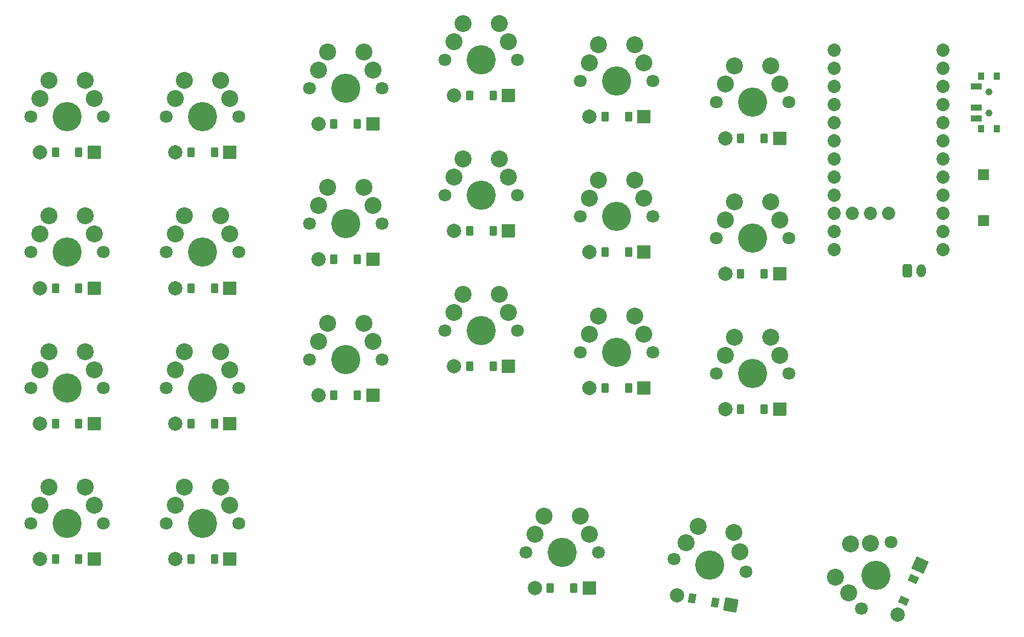
<source format=gbs>
%TF.GenerationSoftware,KiCad,Pcbnew,9.0.2*%
%TF.CreationDate,2025-06-03T16:56:12+08:00*%
%TF.ProjectId,experiment,65787065-7269-46d6-956e-742e6b696361,v1.0.0*%
%TF.SameCoordinates,Original*%
%TF.FileFunction,Soldermask,Bot*%
%TF.FilePolarity,Negative*%
%FSLAX46Y46*%
G04 Gerber Fmt 4.6, Leading zero omitted, Abs format (unit mm)*
G04 Created by KiCad (PCBNEW 9.0.2) date 2025-06-03 16:56:12*
%MOMM*%
%LPD*%
G01*
G04 APERTURE LIST*
G04 Aperture macros list*
%AMRoundRect*
0 Rectangle with rounded corners*
0 $1 Rounding radius*
0 $2 $3 $4 $5 $6 $7 $8 $9 X,Y pos of 4 corners*
0 Add a 4 corners polygon primitive as box body*
4,1,4,$2,$3,$4,$5,$6,$7,$8,$9,$2,$3,0*
0 Add four circle primitives for the rounded corners*
1,1,$1+$1,$2,$3*
1,1,$1+$1,$4,$5*
1,1,$1+$1,$6,$7*
1,1,$1+$1,$8,$9*
0 Add four rect primitives between the rounded corners*
20,1,$1+$1,$2,$3,$4,$5,0*
20,1,$1+$1,$4,$5,$6,$7,0*
20,1,$1+$1,$6,$7,$8,$9,0*
20,1,$1+$1,$8,$9,$2,$3,0*%
G04 Aperture macros list end*
%ADD10C,1.801800*%
%ADD11C,4.087800*%
%ADD12C,2.386000*%
%ADD13RoundRect,0.050000X0.889000X0.889000X-0.889000X0.889000X-0.889000X-0.889000X0.889000X-0.889000X0*%
%ADD14RoundRect,0.050000X0.450000X0.600000X-0.450000X0.600000X-0.450000X-0.600000X0.450000X-0.600000X0*%
%ADD15C,2.005000*%
%ADD16RoundRect,0.050000X0.400000X-0.500000X0.400000X0.500000X-0.400000X0.500000X-0.400000X-0.500000X0*%
%ADD17RoundRect,0.050000X0.750000X-0.350000X0.750000X0.350000X-0.750000X0.350000X-0.750000X-0.350000X0*%
%ADD18C,1.000000*%
%ADD19RoundRect,0.270833X-0.379167X-0.654167X0.379167X-0.654167X0.379167X0.654167X-0.379167X0.654167X0*%
%ADD20O,1.300000X1.850000*%
%ADD21RoundRect,0.050000X1.029867X0.721121X-0.721121X1.029867X-1.029867X-0.721121X0.721121X-1.029867X0*%
%ADD22RoundRect,0.050000X0.547352X0.512743X-0.338975X0.669026X-0.547352X-0.512743X0.338975X-0.669026X0*%
%ADD23RoundRect,0.050000X-0.700000X0.750000X-0.700000X-0.750000X0.700000X-0.750000X0.700000X0.750000X0*%
%ADD24C,1.852600*%
%ADD25RoundRect,0.050000X-0.450553X1.173731X-1.173731X-0.450553X0.450553X-1.173731X1.173731X0.450553X0*%
%ADD26RoundRect,0.050000X-0.365096X0.655137X-0.731159X-0.167053X0.365096X-0.655137X0.731159X0.167053X0*%
G04 APERTURE END LIST*
D10*
%TO.C,S3*%
X128270000Y-114400000D03*
D11*
X133350000Y-114400000D03*
D10*
X138430000Y-114400000D03*
D12*
X130810000Y-109320000D03*
X135890000Y-109320000D03*
X129540000Y-111860000D03*
X137160000Y-111860000D03*
%TD*%
D10*
%TO.C,S7*%
X147270000Y-114400000D03*
D11*
X152350000Y-114400000D03*
D10*
X157430000Y-114400000D03*
D12*
X149810000Y-109320000D03*
X154890000Y-109320000D03*
X148540000Y-111860000D03*
X156160000Y-111860000D03*
%TD*%
D10*
%TO.C,S13*%
X186272500Y-106400000D03*
D11*
X191352500Y-106400000D03*
D10*
X196432500Y-106400000D03*
D12*
X188812500Y-101320000D03*
X193892500Y-101320000D03*
X187542500Y-103860000D03*
X195162500Y-103860000D03*
%TD*%
D13*
%TO.C,D20*%
X233162500Y-98400000D03*
D14*
X231002500Y-98400000D03*
X227702500Y-98400000D03*
D15*
X225542500Y-98400000D03*
%TD*%
D13*
%TO.C,D5*%
X156160000Y-157400000D03*
D14*
X154000000Y-157400000D03*
X150700000Y-157400000D03*
D15*
X148540000Y-157400000D03*
%TD*%
D10*
%TO.C,S12*%
X186272500Y-125400000D03*
D11*
X191352500Y-125400000D03*
D10*
X196432500Y-125400000D03*
D12*
X188812500Y-120320000D03*
X193892500Y-120320000D03*
X187542500Y-122860000D03*
X195162500Y-122860000D03*
%TD*%
D13*
%TO.C,D10*%
X176162500Y-115400000D03*
D14*
X174002500Y-115400000D03*
X170702500Y-115400000D03*
D15*
X168542500Y-115400000D03*
%TD*%
D13*
%TO.C,D8*%
X156160000Y-100400000D03*
D14*
X154000000Y-100400000D03*
X150700000Y-100400000D03*
D15*
X148540000Y-100400000D03*
%TD*%
D16*
%TO.C,T1*%
X261338500Y-97050000D03*
X263548500Y-97050000D03*
D17*
X260688500Y-95650000D03*
D18*
X262448500Y-94900000D03*
X262448500Y-94900000D03*
X262448500Y-91900000D03*
X262448500Y-91900000D03*
D16*
X261338500Y-89750000D03*
X263548500Y-89750000D03*
D17*
X260688500Y-91150000D03*
X260688500Y-94150000D03*
%TD*%
D10*
%TO.C,S19*%
X224272500Y-112400000D03*
D11*
X229352500Y-112400000D03*
D10*
X234432500Y-112400000D03*
D12*
X226812500Y-107320000D03*
X231892500Y-107320000D03*
X225542500Y-109860000D03*
X233162500Y-109860000D03*
%TD*%
D13*
%TO.C,D17*%
X214162500Y-95400000D03*
D14*
X212002500Y-95400000D03*
X208702500Y-95400000D03*
D15*
X206542500Y-95400000D03*
%TD*%
D10*
%TO.C,S1*%
X128270000Y-152400000D03*
D11*
X133350000Y-152400000D03*
D10*
X138430000Y-152400000D03*
D12*
X130810000Y-147320000D03*
X135890000Y-147320000D03*
X129540000Y-149860000D03*
X137160000Y-149860000D03*
%TD*%
D10*
%TO.C,S17*%
X205272500Y-90400000D03*
D11*
X210352500Y-90400000D03*
D10*
X215432500Y-90400000D03*
D12*
X207812500Y-85320000D03*
X212892500Y-85320000D03*
X206542500Y-87860000D03*
X214162500Y-87860000D03*
%TD*%
D10*
%TO.C,S11*%
X167272500Y-91400000D03*
D11*
X172352500Y-91400000D03*
D10*
X177432500Y-91400000D03*
D12*
X169812500Y-86320000D03*
X174892500Y-86320000D03*
X168542500Y-88860000D03*
X176162500Y-88860000D03*
%TD*%
D13*
%TO.C,D4*%
X137160000Y-100400000D03*
D14*
X135000000Y-100400000D03*
X131700000Y-100400000D03*
D15*
X129540000Y-100400000D03*
%TD*%
D13*
%TO.C,D12*%
X195162500Y-130400000D03*
D14*
X193002500Y-130400000D03*
X189702500Y-130400000D03*
D15*
X187542500Y-130400000D03*
%TD*%
D10*
%TO.C,S16*%
X205272500Y-109400000D03*
D11*
X210352500Y-109400000D03*
D10*
X215432500Y-109400000D03*
D12*
X207812500Y-104320000D03*
X212892500Y-104320000D03*
X206542500Y-106860000D03*
X214162500Y-106860000D03*
%TD*%
D10*
%TO.C,S21*%
X197602500Y-156400000D03*
D11*
X202682500Y-156400000D03*
D10*
X207762500Y-156400000D03*
D12*
X200142500Y-151320000D03*
X205222500Y-151320000D03*
X198872500Y-153860000D03*
X206492500Y-153860000D03*
%TD*%
D13*
%TO.C,D15*%
X214162500Y-133400000D03*
D14*
X212002500Y-133400000D03*
X208702500Y-133400000D03*
D15*
X206542500Y-133400000D03*
%TD*%
D10*
%TO.C,S20*%
X224272500Y-93400000D03*
D11*
X229352500Y-93400000D03*
D10*
X234432500Y-93400000D03*
D12*
X226812500Y-88320000D03*
X231892500Y-88320000D03*
X225542500Y-90860000D03*
X233162500Y-90860000D03*
%TD*%
D13*
%TO.C,D18*%
X233162500Y-136400000D03*
D14*
X231002500Y-136400000D03*
X227702500Y-136400000D03*
D15*
X225542500Y-136400000D03*
%TD*%
D13*
%TO.C,D11*%
X176162500Y-96400000D03*
D14*
X174002500Y-96400000D03*
X170702500Y-96400000D03*
D15*
X168542500Y-96400000D03*
%TD*%
D19*
%TO.C,_1*%
X251000000Y-117000000D03*
D20*
X253000000Y-117000000D03*
%TD*%
D13*
%TO.C,D13*%
X195162500Y-111400000D03*
D14*
X193002500Y-111400000D03*
X189702500Y-111400000D03*
D15*
X187542500Y-111400000D03*
%TD*%
D13*
%TO.C,D19*%
X233162500Y-117400000D03*
D14*
X231002500Y-117400000D03*
X227702500Y-117400000D03*
D15*
X225542500Y-117400000D03*
%TD*%
D13*
%TO.C,D3*%
X137160000Y-119400000D03*
D14*
X135000000Y-119400000D03*
X131700000Y-119400000D03*
D15*
X129540000Y-119400000D03*
%TD*%
D13*
%TO.C,D14*%
X195162500Y-92400000D03*
D14*
X193002500Y-92400000D03*
X189702500Y-92400000D03*
D15*
X187542500Y-92400000D03*
%TD*%
D21*
%TO.C,D22*%
X226275522Y-163810147D03*
D22*
X224148335Y-163435066D03*
X220898469Y-162862028D03*
D15*
X218771282Y-162486947D03*
%TD*%
D13*
%TO.C,D9*%
X176162500Y-134400000D03*
D14*
X174002500Y-134400000D03*
X170702500Y-134400000D03*
D15*
X168542500Y-134400000D03*
%TD*%
D13*
%TO.C,D2*%
X137160000Y-138400000D03*
D14*
X135000000Y-138400000D03*
X131700000Y-138400000D03*
D15*
X129540000Y-138400000D03*
%TD*%
D10*
%TO.C,S5*%
X147270000Y-152400000D03*
D11*
X152350000Y-152400000D03*
D10*
X157430000Y-152400000D03*
D12*
X149810000Y-147320000D03*
X154890000Y-147320000D03*
X148540000Y-149860000D03*
X156160000Y-149860000D03*
%TD*%
D13*
%TO.C,D16*%
X214162500Y-114400000D03*
D14*
X212002500Y-114400000D03*
X208702500Y-114400000D03*
D15*
X206542500Y-114400000D03*
%TD*%
D10*
%TO.C,S2*%
X128270000Y-133400000D03*
D11*
X133350000Y-133400000D03*
D10*
X138430000Y-133400000D03*
D12*
X130810000Y-128320000D03*
X135890000Y-128320000D03*
X129540000Y-130860000D03*
X137160000Y-130860000D03*
%TD*%
D13*
%TO.C,D7*%
X156160000Y-119400000D03*
D14*
X154000000Y-119400000D03*
X150700000Y-119400000D03*
D15*
X148540000Y-119400000D03*
%TD*%
D10*
%TO.C,S6*%
X147270000Y-133400000D03*
D11*
X152350000Y-133400000D03*
D10*
X157430000Y-133400000D03*
D12*
X149810000Y-128320000D03*
X154890000Y-128320000D03*
X148540000Y-130860000D03*
X156160000Y-130860000D03*
%TD*%
D10*
%TO.C,S10*%
X167272500Y-110400000D03*
D11*
X172352500Y-110400000D03*
D10*
X177432500Y-110400000D03*
D12*
X169812500Y-105320000D03*
X174892500Y-105320000D03*
X168542500Y-107860000D03*
X176162500Y-107860000D03*
%TD*%
D10*
%TO.C,S18*%
X224272500Y-131400000D03*
D11*
X229352500Y-131400000D03*
D10*
X234432500Y-131400000D03*
D12*
X226812500Y-126320000D03*
X231892500Y-126320000D03*
X225542500Y-128860000D03*
X233162500Y-128860000D03*
%TD*%
D10*
%TO.C,S15*%
X205272500Y-128400000D03*
D11*
X210352500Y-128400000D03*
D10*
X215432500Y-128400000D03*
D12*
X207812500Y-123320000D03*
X212892500Y-123320000D03*
X206542500Y-125860000D03*
X214162500Y-125860000D03*
%TD*%
D13*
%TO.C,D21*%
X206492500Y-161400000D03*
D14*
X204332500Y-161400000D03*
X201032500Y-161400000D03*
D15*
X198872500Y-161400000D03*
%TD*%
D23*
%TO.C,S24*%
X261737500Y-103485000D03*
X261737500Y-109985000D03*
%TD*%
D13*
%TO.C,D1*%
X137160000Y-157400000D03*
D14*
X135000000Y-157400000D03*
X131700000Y-157400000D03*
D15*
X129540000Y-157400000D03*
%TD*%
D13*
%TO.C,D6*%
X156160000Y-138400000D03*
D14*
X154000000Y-138400000D03*
X150700000Y-138400000D03*
D15*
X148540000Y-138400000D03*
%TD*%
D10*
%TO.C,S23*%
X244606053Y-164289408D03*
D11*
X246672275Y-159648597D03*
D10*
X248738497Y-155007786D03*
D12*
X240998353Y-159902780D03*
X243064575Y-155261969D03*
X242802203Y-162096094D03*
X245901536Y-155134878D03*
%TD*%
D10*
%TO.C,S4*%
X128270000Y-95400000D03*
D11*
X133350000Y-95400000D03*
D10*
X138430000Y-95400000D03*
D12*
X130810000Y-90320000D03*
X135890000Y-90320000D03*
X129540000Y-92860000D03*
X137160000Y-92860000D03*
%TD*%
D10*
%TO.C,S22*%
X218388820Y-157342375D03*
D11*
X223391643Y-158224508D03*
D10*
X228394466Y-159106641D03*
D12*
X221772364Y-152780618D03*
X226775187Y-153662751D03*
X220080592Y-155061497D03*
X227584827Y-156384696D03*
%TD*%
D24*
%TO.C,MCU1*%
X256022500Y-86097500D03*
X256022500Y-88637500D03*
X256022500Y-91177500D03*
X256022500Y-93717500D03*
X256022500Y-96257500D03*
X256022500Y-98797500D03*
X256022500Y-101337500D03*
X256022500Y-103877500D03*
X256022500Y-106417500D03*
X256022500Y-108957500D03*
X256022500Y-111497500D03*
X256022500Y-114037500D03*
X240782500Y-114037500D03*
X240782500Y-111497500D03*
X240782500Y-108957500D03*
X240782500Y-106417500D03*
X240782500Y-103877500D03*
X240782500Y-101337500D03*
X240782500Y-98797500D03*
X240782500Y-96257500D03*
X240782500Y-93717500D03*
X240782500Y-91177500D03*
X240782500Y-88637500D03*
X240782500Y-86097500D03*
X243322500Y-108957500D03*
X245862500Y-108957500D03*
X248402500Y-108957500D03*
%TD*%
D10*
%TO.C,S14*%
X186272500Y-87400000D03*
D11*
X191352500Y-87400000D03*
D10*
X196432500Y-87400000D03*
D12*
X188812500Y-82320000D03*
X193892500Y-82320000D03*
X187542500Y-84860000D03*
X195162500Y-84860000D03*
%TD*%
D10*
%TO.C,S9*%
X167272500Y-129400000D03*
D11*
X172352500Y-129400000D03*
D10*
X177432500Y-129400000D03*
D12*
X169812500Y-124320000D03*
X174892500Y-124320000D03*
X168542500Y-126860000D03*
X176162500Y-126860000D03*
%TD*%
D10*
%TO.C,S8*%
X147270000Y-95400000D03*
D11*
X152350000Y-95400000D03*
D10*
X157430000Y-95400000D03*
D12*
X149810000Y-90320000D03*
X154890000Y-90320000D03*
X148540000Y-92860000D03*
X156160000Y-92860000D03*
%TD*%
D25*
%TO.C,D23*%
X252789669Y-158201672D03*
D26*
X251911117Y-160174930D03*
X250568887Y-163189630D03*
D15*
X249690335Y-165162888D03*
%TD*%
M02*

</source>
